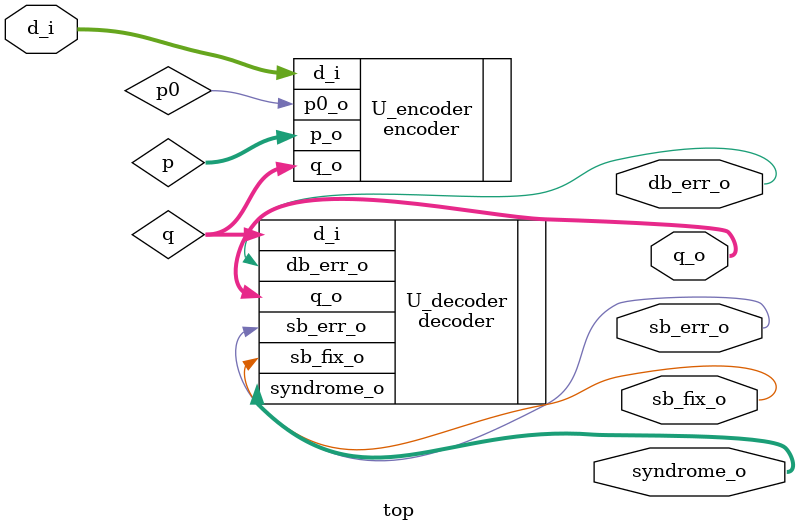
<source format=sv>
module top #(
    parameter K       = 8, //длина слова
    parameter m = calculate_m(K),
    parameter n = m + K
  )
  (
    input  logic [ K-1: 0] d_i,      //вводимое слово
    output logic [K-1:0] q_o,        //декодированное слово
    output logic [m-1:0] syndrome_o, //синдром
    output logic         sb_err_o,   //одиночная ошибка
    output logic         db_err_o,   //двойная ошибка 
    output logic         sb_fix_o    //исправленная ошибка 
  );

  //---------------------------------------------------------
  // функции
  //---------------------------------------------------------
  function integer calculate_m(input integer k); // вычисление количества битов четности 
    integer m;
  begin
    m=1;
    while (2**m < m+k+1) m++;
  
    calculate_m = m;
  end
  endfunction 

// signal declaration
  logic [  n  :0] q;
  logic [  m  :1] p;
  logic         p0;


//Module instantiation (just connect the declared signals)
  encoder #(K) U_encoder
  (
   .d_i (d_i),
   .q_o (q),
   .p_o (p),
   .p0_o(p0)
   );

  decoder #(K) U_decoder
  (
    .d_i (q),
    .q_o (q_o),
    .syndrome_o (syndrome_o),
    .sb_err_o(sb_err_o),
    .db_err_o(db_err_o),
    .sb_fix_o(sb_fix_o)
    );

endmodule
</source>
